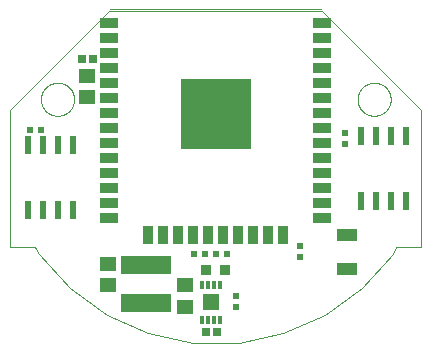
<source format=gtp>
G75*
%MOIN*%
%OFA0B0*%
%FSLAX25Y25*%
%IPPOS*%
%LPD*%
%AMOC8*
5,1,8,0,0,1.08239X$1,22.5*
%
%ADD10C,0.00000*%
%ADD11R,0.02559X0.02559*%
%ADD12R,0.05709X0.04528*%
%ADD13R,0.03543X0.03740*%
%ADD14R,0.01181X0.02953*%
%ADD15R,0.05748X0.05354*%
%ADD16R,0.02362X0.02362*%
%ADD17R,0.02400X0.06000*%
%ADD18R,0.05906X0.03543*%
%ADD19R,0.03543X0.05906*%
%ADD20R,0.23622X0.23622*%
%ADD21R,0.16535X0.05906*%
%ADD22R,0.06693X0.04331*%
D10*
X0037313Y0095543D02*
X0051223Y0089350D01*
X0066117Y0086184D01*
X0081344Y0086184D01*
X0096237Y0089350D01*
X0110148Y0095543D01*
X0122466Y0104493D01*
X0132655Y0115809D01*
X0133959Y0118069D01*
X0142234Y0118069D01*
X0142234Y0163738D01*
X0109163Y0196809D01*
X0038297Y0196809D01*
X0005226Y0163738D01*
X0005226Y0118069D01*
X0013501Y0118069D01*
X0014806Y0115809D01*
X0024994Y0104493D01*
X0037313Y0095543D01*
X0015462Y0167301D02*
X0015464Y0167449D01*
X0015470Y0167597D01*
X0015480Y0167745D01*
X0015494Y0167892D01*
X0015512Y0168039D01*
X0015533Y0168185D01*
X0015559Y0168331D01*
X0015589Y0168476D01*
X0015622Y0168620D01*
X0015660Y0168763D01*
X0015701Y0168905D01*
X0015746Y0169046D01*
X0015794Y0169186D01*
X0015847Y0169325D01*
X0015903Y0169462D01*
X0015963Y0169597D01*
X0016026Y0169731D01*
X0016093Y0169863D01*
X0016164Y0169993D01*
X0016238Y0170121D01*
X0016315Y0170247D01*
X0016396Y0170371D01*
X0016480Y0170493D01*
X0016567Y0170612D01*
X0016658Y0170729D01*
X0016752Y0170844D01*
X0016848Y0170956D01*
X0016948Y0171066D01*
X0017050Y0171172D01*
X0017156Y0171276D01*
X0017264Y0171377D01*
X0017375Y0171475D01*
X0017488Y0171571D01*
X0017604Y0171663D01*
X0017722Y0171752D01*
X0017843Y0171837D01*
X0017966Y0171920D01*
X0018091Y0171999D01*
X0018218Y0172075D01*
X0018347Y0172147D01*
X0018478Y0172216D01*
X0018611Y0172281D01*
X0018746Y0172342D01*
X0018882Y0172400D01*
X0019019Y0172455D01*
X0019158Y0172505D01*
X0019299Y0172552D01*
X0019440Y0172595D01*
X0019583Y0172635D01*
X0019727Y0172670D01*
X0019871Y0172702D01*
X0020017Y0172729D01*
X0020163Y0172753D01*
X0020310Y0172773D01*
X0020457Y0172789D01*
X0020604Y0172801D01*
X0020752Y0172809D01*
X0020900Y0172813D01*
X0021048Y0172813D01*
X0021196Y0172809D01*
X0021344Y0172801D01*
X0021491Y0172789D01*
X0021638Y0172773D01*
X0021785Y0172753D01*
X0021931Y0172729D01*
X0022077Y0172702D01*
X0022221Y0172670D01*
X0022365Y0172635D01*
X0022508Y0172595D01*
X0022649Y0172552D01*
X0022790Y0172505D01*
X0022929Y0172455D01*
X0023066Y0172400D01*
X0023202Y0172342D01*
X0023337Y0172281D01*
X0023470Y0172216D01*
X0023601Y0172147D01*
X0023730Y0172075D01*
X0023857Y0171999D01*
X0023982Y0171920D01*
X0024105Y0171837D01*
X0024226Y0171752D01*
X0024344Y0171663D01*
X0024460Y0171571D01*
X0024573Y0171475D01*
X0024684Y0171377D01*
X0024792Y0171276D01*
X0024898Y0171172D01*
X0025000Y0171066D01*
X0025100Y0170956D01*
X0025196Y0170844D01*
X0025290Y0170729D01*
X0025381Y0170612D01*
X0025468Y0170493D01*
X0025552Y0170371D01*
X0025633Y0170247D01*
X0025710Y0170121D01*
X0025784Y0169993D01*
X0025855Y0169863D01*
X0025922Y0169731D01*
X0025985Y0169597D01*
X0026045Y0169462D01*
X0026101Y0169325D01*
X0026154Y0169186D01*
X0026202Y0169046D01*
X0026247Y0168905D01*
X0026288Y0168763D01*
X0026326Y0168620D01*
X0026359Y0168476D01*
X0026389Y0168331D01*
X0026415Y0168185D01*
X0026436Y0168039D01*
X0026454Y0167892D01*
X0026468Y0167745D01*
X0026478Y0167597D01*
X0026484Y0167449D01*
X0026486Y0167301D01*
X0026484Y0167153D01*
X0026478Y0167005D01*
X0026468Y0166857D01*
X0026454Y0166710D01*
X0026436Y0166563D01*
X0026415Y0166417D01*
X0026389Y0166271D01*
X0026359Y0166126D01*
X0026326Y0165982D01*
X0026288Y0165839D01*
X0026247Y0165697D01*
X0026202Y0165556D01*
X0026154Y0165416D01*
X0026101Y0165277D01*
X0026045Y0165140D01*
X0025985Y0165005D01*
X0025922Y0164871D01*
X0025855Y0164739D01*
X0025784Y0164609D01*
X0025710Y0164481D01*
X0025633Y0164355D01*
X0025552Y0164231D01*
X0025468Y0164109D01*
X0025381Y0163990D01*
X0025290Y0163873D01*
X0025196Y0163758D01*
X0025100Y0163646D01*
X0025000Y0163536D01*
X0024898Y0163430D01*
X0024792Y0163326D01*
X0024684Y0163225D01*
X0024573Y0163127D01*
X0024460Y0163031D01*
X0024344Y0162939D01*
X0024226Y0162850D01*
X0024105Y0162765D01*
X0023982Y0162682D01*
X0023857Y0162603D01*
X0023730Y0162527D01*
X0023601Y0162455D01*
X0023470Y0162386D01*
X0023337Y0162321D01*
X0023202Y0162260D01*
X0023066Y0162202D01*
X0022929Y0162147D01*
X0022790Y0162097D01*
X0022649Y0162050D01*
X0022508Y0162007D01*
X0022365Y0161967D01*
X0022221Y0161932D01*
X0022077Y0161900D01*
X0021931Y0161873D01*
X0021785Y0161849D01*
X0021638Y0161829D01*
X0021491Y0161813D01*
X0021344Y0161801D01*
X0021196Y0161793D01*
X0021048Y0161789D01*
X0020900Y0161789D01*
X0020752Y0161793D01*
X0020604Y0161801D01*
X0020457Y0161813D01*
X0020310Y0161829D01*
X0020163Y0161849D01*
X0020017Y0161873D01*
X0019871Y0161900D01*
X0019727Y0161932D01*
X0019583Y0161967D01*
X0019440Y0162007D01*
X0019299Y0162050D01*
X0019158Y0162097D01*
X0019019Y0162147D01*
X0018882Y0162202D01*
X0018746Y0162260D01*
X0018611Y0162321D01*
X0018478Y0162386D01*
X0018347Y0162455D01*
X0018218Y0162527D01*
X0018091Y0162603D01*
X0017966Y0162682D01*
X0017843Y0162765D01*
X0017722Y0162850D01*
X0017604Y0162939D01*
X0017488Y0163031D01*
X0017375Y0163127D01*
X0017264Y0163225D01*
X0017156Y0163326D01*
X0017050Y0163430D01*
X0016948Y0163536D01*
X0016848Y0163646D01*
X0016752Y0163758D01*
X0016658Y0163873D01*
X0016567Y0163990D01*
X0016480Y0164109D01*
X0016396Y0164231D01*
X0016315Y0164355D01*
X0016238Y0164481D01*
X0016164Y0164609D01*
X0016093Y0164739D01*
X0016026Y0164871D01*
X0015963Y0165005D01*
X0015903Y0165140D01*
X0015847Y0165277D01*
X0015794Y0165416D01*
X0015746Y0165556D01*
X0015701Y0165697D01*
X0015660Y0165839D01*
X0015622Y0165982D01*
X0015589Y0166126D01*
X0015559Y0166271D01*
X0015533Y0166417D01*
X0015512Y0166563D01*
X0015494Y0166710D01*
X0015480Y0166857D01*
X0015470Y0167005D01*
X0015464Y0167153D01*
X0015462Y0167301D01*
X0038612Y0197518D02*
X0108691Y0197518D01*
X0120994Y0167301D02*
X0120996Y0167449D01*
X0121002Y0167597D01*
X0121012Y0167745D01*
X0121026Y0167892D01*
X0121044Y0168039D01*
X0121065Y0168185D01*
X0121091Y0168331D01*
X0121121Y0168476D01*
X0121154Y0168620D01*
X0121192Y0168763D01*
X0121233Y0168905D01*
X0121278Y0169046D01*
X0121326Y0169186D01*
X0121379Y0169325D01*
X0121435Y0169462D01*
X0121495Y0169597D01*
X0121558Y0169731D01*
X0121625Y0169863D01*
X0121696Y0169993D01*
X0121770Y0170121D01*
X0121847Y0170247D01*
X0121928Y0170371D01*
X0122012Y0170493D01*
X0122099Y0170612D01*
X0122190Y0170729D01*
X0122284Y0170844D01*
X0122380Y0170956D01*
X0122480Y0171066D01*
X0122582Y0171172D01*
X0122688Y0171276D01*
X0122796Y0171377D01*
X0122907Y0171475D01*
X0123020Y0171571D01*
X0123136Y0171663D01*
X0123254Y0171752D01*
X0123375Y0171837D01*
X0123498Y0171920D01*
X0123623Y0171999D01*
X0123750Y0172075D01*
X0123879Y0172147D01*
X0124010Y0172216D01*
X0124143Y0172281D01*
X0124278Y0172342D01*
X0124414Y0172400D01*
X0124551Y0172455D01*
X0124690Y0172505D01*
X0124831Y0172552D01*
X0124972Y0172595D01*
X0125115Y0172635D01*
X0125259Y0172670D01*
X0125403Y0172702D01*
X0125549Y0172729D01*
X0125695Y0172753D01*
X0125842Y0172773D01*
X0125989Y0172789D01*
X0126136Y0172801D01*
X0126284Y0172809D01*
X0126432Y0172813D01*
X0126580Y0172813D01*
X0126728Y0172809D01*
X0126876Y0172801D01*
X0127023Y0172789D01*
X0127170Y0172773D01*
X0127317Y0172753D01*
X0127463Y0172729D01*
X0127609Y0172702D01*
X0127753Y0172670D01*
X0127897Y0172635D01*
X0128040Y0172595D01*
X0128181Y0172552D01*
X0128322Y0172505D01*
X0128461Y0172455D01*
X0128598Y0172400D01*
X0128734Y0172342D01*
X0128869Y0172281D01*
X0129002Y0172216D01*
X0129133Y0172147D01*
X0129262Y0172075D01*
X0129389Y0171999D01*
X0129514Y0171920D01*
X0129637Y0171837D01*
X0129758Y0171752D01*
X0129876Y0171663D01*
X0129992Y0171571D01*
X0130105Y0171475D01*
X0130216Y0171377D01*
X0130324Y0171276D01*
X0130430Y0171172D01*
X0130532Y0171066D01*
X0130632Y0170956D01*
X0130728Y0170844D01*
X0130822Y0170729D01*
X0130913Y0170612D01*
X0131000Y0170493D01*
X0131084Y0170371D01*
X0131165Y0170247D01*
X0131242Y0170121D01*
X0131316Y0169993D01*
X0131387Y0169863D01*
X0131454Y0169731D01*
X0131517Y0169597D01*
X0131577Y0169462D01*
X0131633Y0169325D01*
X0131686Y0169186D01*
X0131734Y0169046D01*
X0131779Y0168905D01*
X0131820Y0168763D01*
X0131858Y0168620D01*
X0131891Y0168476D01*
X0131921Y0168331D01*
X0131947Y0168185D01*
X0131968Y0168039D01*
X0131986Y0167892D01*
X0132000Y0167745D01*
X0132010Y0167597D01*
X0132016Y0167449D01*
X0132018Y0167301D01*
X0132016Y0167153D01*
X0132010Y0167005D01*
X0132000Y0166857D01*
X0131986Y0166710D01*
X0131968Y0166563D01*
X0131947Y0166417D01*
X0131921Y0166271D01*
X0131891Y0166126D01*
X0131858Y0165982D01*
X0131820Y0165839D01*
X0131779Y0165697D01*
X0131734Y0165556D01*
X0131686Y0165416D01*
X0131633Y0165277D01*
X0131577Y0165140D01*
X0131517Y0165005D01*
X0131454Y0164871D01*
X0131387Y0164739D01*
X0131316Y0164609D01*
X0131242Y0164481D01*
X0131165Y0164355D01*
X0131084Y0164231D01*
X0131000Y0164109D01*
X0130913Y0163990D01*
X0130822Y0163873D01*
X0130728Y0163758D01*
X0130632Y0163646D01*
X0130532Y0163536D01*
X0130430Y0163430D01*
X0130324Y0163326D01*
X0130216Y0163225D01*
X0130105Y0163127D01*
X0129992Y0163031D01*
X0129876Y0162939D01*
X0129758Y0162850D01*
X0129637Y0162765D01*
X0129514Y0162682D01*
X0129389Y0162603D01*
X0129262Y0162527D01*
X0129133Y0162455D01*
X0129002Y0162386D01*
X0128869Y0162321D01*
X0128734Y0162260D01*
X0128598Y0162202D01*
X0128461Y0162147D01*
X0128322Y0162097D01*
X0128181Y0162050D01*
X0128040Y0162007D01*
X0127897Y0161967D01*
X0127753Y0161932D01*
X0127609Y0161900D01*
X0127463Y0161873D01*
X0127317Y0161849D01*
X0127170Y0161829D01*
X0127023Y0161813D01*
X0126876Y0161801D01*
X0126728Y0161793D01*
X0126580Y0161789D01*
X0126432Y0161789D01*
X0126284Y0161793D01*
X0126136Y0161801D01*
X0125989Y0161813D01*
X0125842Y0161829D01*
X0125695Y0161849D01*
X0125549Y0161873D01*
X0125403Y0161900D01*
X0125259Y0161932D01*
X0125115Y0161967D01*
X0124972Y0162007D01*
X0124831Y0162050D01*
X0124690Y0162097D01*
X0124551Y0162147D01*
X0124414Y0162202D01*
X0124278Y0162260D01*
X0124143Y0162321D01*
X0124010Y0162386D01*
X0123879Y0162455D01*
X0123750Y0162527D01*
X0123623Y0162603D01*
X0123498Y0162682D01*
X0123375Y0162765D01*
X0123254Y0162850D01*
X0123136Y0162939D01*
X0123020Y0163031D01*
X0122907Y0163127D01*
X0122796Y0163225D01*
X0122688Y0163326D01*
X0122582Y0163430D01*
X0122480Y0163536D01*
X0122380Y0163646D01*
X0122284Y0163758D01*
X0122190Y0163873D01*
X0122099Y0163990D01*
X0122012Y0164109D01*
X0121928Y0164231D01*
X0121847Y0164355D01*
X0121770Y0164481D01*
X0121696Y0164609D01*
X0121625Y0164739D01*
X0121558Y0164871D01*
X0121495Y0165005D01*
X0121435Y0165140D01*
X0121379Y0165277D01*
X0121326Y0165416D01*
X0121278Y0165556D01*
X0121233Y0165697D01*
X0121192Y0165839D01*
X0121154Y0165982D01*
X0121121Y0166126D01*
X0121091Y0166271D01*
X0121065Y0166417D01*
X0121044Y0166563D01*
X0121026Y0166710D01*
X0121012Y0166857D01*
X0121002Y0167005D01*
X0120996Y0167153D01*
X0120994Y0167301D01*
D11*
X0074026Y0089723D03*
X0070482Y0089723D03*
X0032707Y0180746D03*
X0029163Y0180746D03*
D12*
X0030856Y0175077D03*
X0030856Y0167990D03*
X0037943Y0112557D03*
X0037943Y0105471D03*
X0063533Y0105313D03*
X0063533Y0098226D03*
D13*
X0070463Y0110510D03*
X0076762Y0110510D03*
D14*
X0075108Y0105471D03*
X0073140Y0105471D03*
X0071171Y0105471D03*
X0069203Y0105471D03*
X0069203Y0093660D03*
X0071171Y0093660D03*
X0073140Y0093660D03*
X0075108Y0093660D03*
D15*
X0072156Y0099565D03*
D16*
X0080305Y0098030D03*
X0080305Y0101573D03*
X0077470Y0115608D03*
X0073927Y0115608D03*
X0069990Y0115608D03*
X0066447Y0115608D03*
X0101781Y0114821D03*
X0101781Y0118364D03*
X0116959Y0152439D03*
X0116959Y0155982D03*
X0015423Y0157163D03*
X0011880Y0157163D03*
D17*
X0011250Y0152137D03*
X0016250Y0152137D03*
X0021250Y0152137D03*
X0026250Y0152137D03*
X0026250Y0130537D03*
X0021250Y0130537D03*
X0016250Y0130537D03*
X0011250Y0130537D03*
X0121998Y0133450D03*
X0126998Y0133450D03*
X0131998Y0133450D03*
X0136998Y0133450D03*
X0136998Y0155050D03*
X0131998Y0155050D03*
X0126998Y0155050D03*
X0121998Y0155050D03*
D18*
X0109163Y0152872D03*
X0109163Y0147872D03*
X0109163Y0142872D03*
X0109163Y0137872D03*
X0109163Y0132872D03*
X0109163Y0127872D03*
X0109163Y0157872D03*
X0109163Y0162872D03*
X0109163Y0167872D03*
X0109163Y0172872D03*
X0109163Y0177872D03*
X0109163Y0182872D03*
X0109163Y0187872D03*
X0109163Y0192872D03*
X0038297Y0192872D03*
X0038297Y0187872D03*
X0038297Y0182872D03*
X0038297Y0177872D03*
X0038297Y0172872D03*
X0038297Y0167872D03*
X0038297Y0162872D03*
X0038297Y0157872D03*
X0038297Y0152872D03*
X0038297Y0147872D03*
X0038297Y0142872D03*
X0038297Y0137872D03*
X0038297Y0132872D03*
X0038297Y0127872D03*
D19*
X0051230Y0122006D03*
X0056230Y0122006D03*
X0061230Y0122006D03*
X0066230Y0122006D03*
X0071230Y0122006D03*
X0076230Y0122006D03*
X0081230Y0122006D03*
X0086230Y0122006D03*
X0091230Y0122006D03*
X0096230Y0122006D03*
D20*
X0073730Y0162557D03*
D21*
X0050502Y0112065D03*
X0050502Y0099467D03*
D22*
X0117431Y0110786D03*
X0117431Y0122203D03*
M02*

</source>
